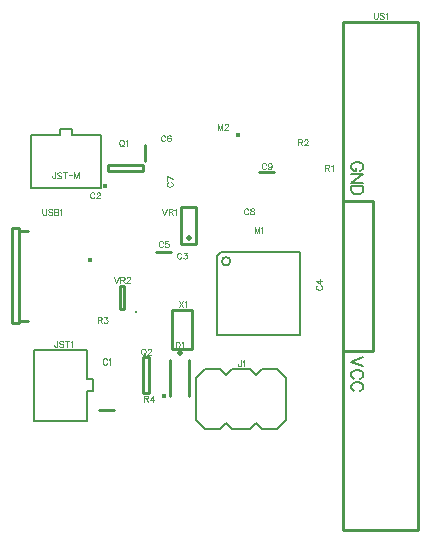
<source format=gbr>
G04 DipTrace 2.4.0.2*
%INTopSilk.gbr*%
%MOIN*%
%ADD10C,0.0098*%
%ADD12C,0.003*%
%ADD13C,0.0118*%
%ADD25C,0.0197*%
%ADD27C,0.005*%
%ADD30C,0.006*%
%ADD33O,0.0154X0.0162*%
%ADD37C,0.0154*%
%ADD42C,0.0157*%
%ADD47C,0.0188*%
%ADD103C,0.0062*%
%FSLAX44Y44*%
G04*
G70*
G90*
G75*
G01*
%LNTopSilk*%
%LPD*%
X-4734Y-4474D2*
D10*
X-5246D1*
X-3336Y794D2*
X-2824D1*
X-3714Y3834D2*
Y4346D1*
X94Y3454D2*
X606D1*
X-2245Y-2807D2*
Y-4027D1*
X-2875Y-2807D2*
Y-4027D1*
D25*
X-2540Y-2590D3*
X-1700Y-5120D2*
D27*
X-2000Y-4820D1*
Y-3420D1*
X-1700Y-3120D1*
X-1200D1*
X-1000Y-3320D1*
X-800Y-3120D1*
X-200D1*
X0Y-3320D1*
X200Y-3120D1*
X700D1*
X1000Y-3420D1*
Y-4820D1*
X700Y-5120D1*
X200D1*
X0Y-4920D1*
X-200Y-5120D1*
X-800D1*
X-1000Y-4920D1*
X-1200Y-5120D1*
X-1700D1*
X-5641Y-2473D2*
Y-3457D1*
X-5444D1*
Y-3850D1*
X-5641D1*
Y-4835D1*
X-7412D1*
Y-2473D1*
X-5641D1*
X-7517Y4679D2*
X-6533D1*
Y4876D1*
X-6140D1*
Y4679D1*
X-5155D1*
Y2908D1*
X-7517D1*
Y4679D1*
X1460Y778D2*
D30*
Y-1982D1*
X-1300D1*
Y638D1*
X-1160Y778D2*
X1460D1*
X-1160D2*
X-1300Y638D1*
X-1141Y478D2*
G02X-1141Y478I141J0D01*
G01*
D33*
X-612Y4695D3*
D37*
X-5028Y2973D3*
X-4936Y3474D2*
D10*
X-3755D1*
Y3671D1*
X-4936D1*
Y3474D1*
D37*
X-3073Y-3998D3*
X-3574Y-3906D2*
D10*
Y-2725D1*
X-3771D1*
Y-3906D1*
X-3574D1*
X3890Y2500D2*
X2890D1*
Y-2500D1*
X3890D1*
Y2500D1*
X5390Y8465D2*
X2890D1*
Y-8465D1*
X5390D1*
Y8465D1*
X-7616Y-1498D2*
X-7911D1*
Y1593D2*
Y-1596D1*
Y1593D2*
X-8148D1*
D42*
X-5549Y510D3*
X-7616Y1494D2*
D10*
X-7911D1*
Y-1596D2*
X-8148D1*
Y1593D2*
Y-1596D1*
X-2503Y1039D2*
X-2003D1*
Y2289D1*
X-2503D1*
Y1039D1*
D47*
X-2222Y1258D3*
X-4405Y-1128D2*
D10*
X-4523D1*
Y-341D1*
X-4405D1*
Y-1128D1*
D13*
X-4012Y-1207D3*
X-2125Y-1134D2*
D10*
X-2795D1*
Y-2434D1*
X-2125D1*
Y-1134D1*
X-4973Y-2811D2*
D12*
X-4983Y-2792D1*
X-5002Y-2773D1*
X-5021Y-2763D1*
X-5059D1*
X-5078Y-2773D1*
X-5097Y-2792D1*
X-5107Y-2811D1*
X-5117Y-2840D1*
Y-2888D1*
X-5107Y-2916D1*
X-5097Y-2935D1*
X-5078Y-2954D1*
X-5059Y-2964D1*
X-5021D1*
X-5002Y-2954D1*
X-4983Y-2935D1*
X-4973Y-2916D1*
X-4911Y-2802D2*
X-4892Y-2792D1*
X-4863Y-2763D1*
Y-2964D1*
X-5391Y2732D2*
X-5401Y2751D1*
X-5420Y2770D1*
X-5439Y2780D1*
X-5477D1*
X-5497Y2770D1*
X-5516Y2751D1*
X-5525Y2732D1*
X-5535Y2703D1*
Y2655D1*
X-5525Y2627D1*
X-5516Y2608D1*
X-5497Y2589D1*
X-5477Y2579D1*
X-5439D1*
X-5420Y2589D1*
X-5401Y2608D1*
X-5391Y2627D1*
X-5320Y2732D2*
Y2741D1*
X-5310Y2761D1*
X-5301Y2770D1*
X-5282Y2780D1*
X-5244D1*
X-5224Y2770D1*
X-5215Y2761D1*
X-5205Y2741D1*
Y2722D1*
X-5215Y2703D1*
X-5234Y2675D1*
X-5330Y2579D1*
X-5196D1*
X-2497Y716D2*
X-2506Y735D1*
X-2526Y755D1*
X-2545Y764D1*
X-2583D1*
X-2602Y755D1*
X-2621Y735D1*
X-2631Y716D1*
X-2640Y688D1*
Y640D1*
X-2631Y611D1*
X-2621Y592D1*
X-2602Y573D1*
X-2583Y563D1*
X-2545D1*
X-2526Y573D1*
X-2506Y592D1*
X-2497Y611D1*
X-2416Y764D2*
X-2311D1*
X-2368Y688D1*
X-2340D1*
X-2320Y678D1*
X-2311Y669D1*
X-2301Y640D1*
Y621D1*
X-2311Y592D1*
X-2330Y573D1*
X-2359Y563D1*
X-2387D1*
X-2416Y573D1*
X-2426Y583D1*
X-2435Y602D1*
X2048Y-326D2*
X2029Y-335D1*
X2010Y-354D1*
X2000Y-373D1*
Y-412D1*
X2010Y-431D1*
X2029Y-450D1*
X2048Y-459D1*
X2077Y-469D1*
X2125D1*
X2153Y-459D1*
X2172Y-450D1*
X2191Y-431D1*
X2201Y-412D1*
Y-373D1*
X2191Y-354D1*
X2172Y-335D1*
X2153Y-326D1*
X2201Y-168D2*
X2000D1*
X2134Y-264D1*
Y-120D1*
X-3106Y1099D2*
X-3116Y1118D1*
X-3135Y1137D1*
X-3154Y1146D1*
X-3192D1*
X-3211Y1137D1*
X-3230Y1118D1*
X-3240Y1099D1*
X-3250Y1070D1*
Y1022D1*
X-3240Y994D1*
X-3230Y974D1*
X-3211Y955D1*
X-3192Y946D1*
X-3154D1*
X-3135Y955D1*
X-3116Y974D1*
X-3106Y994D1*
X-2930Y1146D2*
X-3025D1*
X-3035Y1060D1*
X-3025Y1070D1*
X-2996Y1080D1*
X-2968D1*
X-2939Y1070D1*
X-2920Y1051D1*
X-2910Y1022D1*
Y1003D1*
X-2920Y974D1*
X-2939Y955D1*
X-2968Y946D1*
X-2996D1*
X-3025Y955D1*
X-3035Y965D1*
X-3044Y984D1*
X-3026Y4630D2*
X-3036Y4649D1*
X-3055Y4669D1*
X-3074Y4678D1*
X-3112D1*
X-3131Y4669D1*
X-3150Y4649D1*
X-3160Y4630D1*
X-3170Y4602D1*
Y4554D1*
X-3160Y4525D1*
X-3150Y4506D1*
X-3131Y4487D1*
X-3112Y4477D1*
X-3074D1*
X-3055Y4487D1*
X-3036Y4506D1*
X-3026Y4525D1*
X-2850Y4649D2*
X-2859Y4668D1*
X-2888Y4678D1*
X-2907D1*
X-2936Y4668D1*
X-2955Y4640D1*
X-2964Y4592D1*
Y4544D1*
X-2955Y4506D1*
X-2936Y4487D1*
X-2907Y4477D1*
X-2897D1*
X-2869Y4487D1*
X-2850Y4506D1*
X-2840Y4535D1*
Y4544D1*
X-2850Y4573D1*
X-2869Y4592D1*
X-2897Y4601D1*
X-2907D1*
X-2936Y4592D1*
X-2955Y4573D1*
X-2964Y4544D1*
X-2932Y3109D2*
X-2951Y3099D1*
X-2970Y3080D1*
X-2980Y3061D1*
Y3023D1*
X-2970Y3003D1*
X-2951Y2984D1*
X-2932Y2975D1*
X-2903Y2965D1*
X-2855D1*
X-2827Y2975D1*
X-2808Y2984D1*
X-2789Y3003D1*
X-2779Y3023D1*
Y3061D1*
X-2789Y3080D1*
X-2808Y3099D1*
X-2827Y3109D1*
X-2779Y3209D2*
X-2980Y3304D1*
Y3170D1*
X-262Y2192D2*
X-272Y2211D1*
X-291Y2230D1*
X-310Y2240D1*
X-348D1*
X-367Y2230D1*
X-386Y2211D1*
X-396Y2192D1*
X-405Y2163D1*
Y2115D1*
X-396Y2087D1*
X-386Y2068D1*
X-367Y2049D1*
X-348Y2039D1*
X-310D1*
X-291Y2049D1*
X-272Y2068D1*
X-262Y2087D1*
X-152Y2240D2*
X-181Y2230D1*
X-191Y2211D1*
Y2192D1*
X-181Y2173D1*
X-162Y2163D1*
X-124Y2154D1*
X-95Y2144D1*
X-76Y2125D1*
X-66Y2106D1*
Y2077D1*
X-76Y2058D1*
X-86Y2048D1*
X-114Y2039D1*
X-152D1*
X-181Y2048D1*
X-191Y2058D1*
X-200Y2077D1*
Y2106D1*
X-191Y2125D1*
X-172Y2144D1*
X-143Y2154D1*
X-105Y2163D1*
X-86Y2173D1*
X-76Y2192D1*
Y2211D1*
X-86Y2230D1*
X-114Y2240D1*
X-152D1*
X329Y3699D2*
X319Y3718D1*
X300Y3737D1*
X281Y3746D1*
X243D1*
X223Y3737D1*
X204Y3718D1*
X195Y3699D1*
X185Y3670D1*
Y3622D1*
X195Y3594D1*
X204Y3574D1*
X223Y3555D1*
X243Y3546D1*
X281D1*
X300Y3555D1*
X319Y3574D1*
X329Y3594D1*
X515Y3680D2*
X505Y3651D1*
X486Y3632D1*
X457Y3622D1*
X448D1*
X419Y3632D1*
X400Y3651D1*
X390Y3680D1*
Y3689D1*
X400Y3718D1*
X419Y3737D1*
X448Y3746D1*
X457D1*
X486Y3737D1*
X505Y3718D1*
X515Y3680D1*
Y3632D1*
X505Y3584D1*
X486Y3555D1*
X457Y3546D1*
X438D1*
X410Y3555D1*
X400Y3574D1*
X-2682Y-2199D2*
Y-2400D1*
X-2615D1*
X-2586Y-2390D1*
X-2567Y-2371D1*
X-2557Y-2352D1*
X-2548Y-2323D1*
Y-2275D1*
X-2557Y-2247D1*
X-2567Y-2228D1*
X-2586Y-2208D1*
X-2615Y-2199D1*
X-2682D1*
X-2486Y-2237D2*
X-2467Y-2228D1*
X-2438Y-2199D1*
Y-2400D1*
X-507Y-2827D2*
Y-2980D1*
X-517Y-3009D1*
X-526Y-3018D1*
X-545Y-3028D1*
X-564D1*
X-583Y-3018D1*
X-593Y-3009D1*
X-603Y-2980D1*
Y-2961D1*
X-445Y-2866D2*
X-426Y-2856D1*
X-397Y-2827D1*
Y-3028D1*
X-6631Y-2180D2*
Y-2333D1*
X-6640Y-2361D1*
X-6650Y-2371D1*
X-6669Y-2381D1*
X-6688D1*
X-6707Y-2371D1*
X-6717Y-2361D1*
X-6727Y-2333D1*
Y-2314D1*
X-6435Y-2208D2*
X-6454Y-2189D1*
X-6483Y-2180D1*
X-6521D1*
X-6550Y-2189D1*
X-6569Y-2208D1*
Y-2227D1*
X-6559Y-2247D1*
X-6550Y-2256D1*
X-6531Y-2266D1*
X-6473Y-2285D1*
X-6454Y-2294D1*
X-6445Y-2304D1*
X-6435Y-2323D1*
Y-2352D1*
X-6454Y-2371D1*
X-6483Y-2381D1*
X-6521D1*
X-6550Y-2371D1*
X-6569Y-2352D1*
X-6306Y-2180D2*
Y-2381D1*
X-6373Y-2180D2*
X-6239D1*
X-6178Y-2218D2*
X-6158Y-2208D1*
X-6130Y-2180D1*
Y-2381D1*
X-6698Y3439D2*
Y3286D1*
X-6707Y3257D1*
X-6717Y3248D1*
X-6736Y3238D1*
X-6755D1*
X-6774Y3248D1*
X-6784Y3257D1*
X-6793Y3286D1*
Y3305D1*
X-6502Y3410D2*
X-6521Y3430D1*
X-6550Y3439D1*
X-6588D1*
X-6617Y3430D1*
X-6636Y3410D1*
Y3391D1*
X-6626Y3372D1*
X-6617Y3363D1*
X-6598Y3353D1*
X-6540Y3334D1*
X-6521Y3324D1*
X-6511Y3315D1*
X-6502Y3296D1*
Y3267D1*
X-6521Y3248D1*
X-6550Y3238D1*
X-6588D1*
X-6617Y3248D1*
X-6636Y3267D1*
X-6373Y3439D2*
Y3238D1*
X-6440Y3439D2*
X-6306D1*
X-6244Y3338D2*
X-6134D1*
X-5919Y3238D2*
Y3439D1*
X-5996Y3238D1*
X-6072Y3439D1*
Y3238D1*
X102Y1430D2*
Y1631D1*
X25Y1430D1*
X-51Y1631D1*
Y1430D1*
X163Y1592D2*
X183Y1602D1*
X211Y1630D1*
Y1430D1*
X-1123Y4868D2*
Y5069D1*
X-1200Y4868D1*
X-1276Y5069D1*
Y4868D1*
X-1052Y5021D2*
Y5030D1*
X-1043Y5049D1*
X-1033Y5059D1*
X-1014Y5068D1*
X-976D1*
X-957Y5059D1*
X-947Y5049D1*
X-937Y5030D1*
Y5011D1*
X-947Y4992D1*
X-966Y4963D1*
X-1062Y4868D1*
X-928D1*
X-4504Y4525D2*
X-4523Y4516D1*
X-4543Y4497D1*
X-4552Y4477D1*
X-4562Y4449D1*
Y4401D1*
X-4552Y4372D1*
X-4543Y4353D1*
X-4523Y4334D1*
X-4504Y4324D1*
X-4466D1*
X-4447Y4334D1*
X-4428Y4353D1*
X-4418Y4372D1*
X-4409Y4401D1*
Y4449D1*
X-4418Y4477D1*
X-4428Y4497D1*
X-4447Y4516D1*
X-4466Y4525D1*
X-4504D1*
X-4476Y4363D2*
X-4418Y4305D1*
X-4347Y4487D2*
X-4328Y4496D1*
X-4299Y4525D1*
Y4324D1*
X-3781Y-2433D2*
X-3800Y-2442D1*
X-3819Y-2461D1*
X-3829Y-2480D1*
X-3838Y-2509D1*
Y-2557D1*
X-3829Y-2586D1*
X-3819Y-2605D1*
X-3800Y-2624D1*
X-3781Y-2633D1*
X-3743D1*
X-3724Y-2624D1*
X-3704Y-2605D1*
X-3695Y-2586D1*
X-3685Y-2557D1*
Y-2509D1*
X-3695Y-2480D1*
X-3704Y-2461D1*
X-3724Y-2442D1*
X-3743Y-2433D1*
X-3781D1*
X-3752Y-2595D2*
X-3695Y-2653D1*
X-3614Y-2481D2*
Y-2471D1*
X-3604Y-2452D1*
X-3595Y-2442D1*
X-3576Y-2433D1*
X-3537D1*
X-3518Y-2442D1*
X-3509Y-2452D1*
X-3499Y-2471D1*
Y-2490D1*
X-3509Y-2509D1*
X-3528Y-2538D1*
X-3624Y-2634D1*
X-3490D1*
X2304Y3594D2*
X2390D1*
X2418Y3604D1*
X2428Y3613D1*
X2437Y3632D1*
Y3651D1*
X2428Y3671D1*
X2418Y3680D1*
X2390Y3690D1*
X2304D1*
Y3489D1*
X2370Y3594D2*
X2437Y3489D1*
X2499Y3651D2*
X2518Y3661D1*
X2547Y3690D1*
Y3489D1*
X1401Y4444D2*
X1487D1*
X1515Y4454D1*
X1525Y4463D1*
X1534Y4482D1*
Y4501D1*
X1525Y4521D1*
X1515Y4530D1*
X1487Y4540D1*
X1401D1*
Y4339D1*
X1467Y4444D2*
X1534Y4339D1*
X1606Y4492D2*
Y4501D1*
X1615Y4521D1*
X1625Y4530D1*
X1644Y4540D1*
X1682D1*
X1701Y4530D1*
X1711Y4521D1*
X1721Y4501D1*
Y4482D1*
X1711Y4463D1*
X1692Y4435D1*
X1596Y4339D1*
X1730D1*
X-5280Y-1476D2*
X-5194D1*
X-5165Y-1466D1*
X-5156Y-1457D1*
X-5146Y-1438D1*
Y-1419D1*
X-5156Y-1399D1*
X-5165Y-1390D1*
X-5194Y-1380D1*
X-5280D1*
Y-1581D1*
X-5213Y-1476D2*
X-5146Y-1581D1*
X-5065Y-1380D2*
X-4960D1*
X-5017Y-1457D1*
X-4989D1*
X-4970Y-1466D1*
X-4960Y-1476D1*
X-4951Y-1505D1*
Y-1524D1*
X-4960Y-1552D1*
X-4979Y-1572D1*
X-5008Y-1581D1*
X-5037D1*
X-5065Y-1572D1*
X-5075Y-1562D1*
X-5084Y-1543D1*
X-3745Y-4096D2*
X-3659D1*
X-3630Y-4086D1*
X-3620Y-4077D1*
X-3611Y-4058D1*
Y-4039D1*
X-3620Y-4019D1*
X-3630Y-4010D1*
X-3659Y-4000D1*
X-3745D1*
Y-4201D1*
X-3678Y-4096D2*
X-3611Y-4201D1*
X-3454D2*
Y-4000D1*
X-3549Y-4134D1*
X-3406D1*
X3920Y8757D2*
Y8614D1*
X3930Y8585D1*
X3949Y8566D1*
X3978Y8556D1*
X3997D1*
X4026Y8566D1*
X4045Y8585D1*
X4054Y8614D1*
Y8757D1*
X4250Y8729D2*
X4231Y8748D1*
X4202Y8757D1*
X4164D1*
X4135Y8748D1*
X4116Y8729D1*
Y8710D1*
X4126Y8690D1*
X4135Y8681D1*
X4154Y8671D1*
X4212Y8652D1*
X4231Y8643D1*
X4240Y8633D1*
X4250Y8614D1*
Y8585D1*
X4231Y8566D1*
X4202Y8556D1*
X4164D1*
X4135Y8566D1*
X4116Y8585D1*
X4312Y8719D2*
X4331Y8729D1*
X4360Y8757D1*
Y8556D1*
X-7127Y2220D2*
Y2077D1*
X-7117Y2048D1*
X-7098Y2029D1*
X-7069Y2019D1*
X-7050D1*
X-7021Y2029D1*
X-7002Y2048D1*
X-6993Y2077D1*
Y2220D1*
X-6797Y2191D2*
X-6816Y2211D1*
X-6845Y2220D1*
X-6883D1*
X-6912Y2211D1*
X-6931Y2191D1*
Y2172D1*
X-6921Y2153D1*
X-6912Y2144D1*
X-6893Y2134D1*
X-6835Y2115D1*
X-6816Y2105D1*
X-6806Y2096D1*
X-6797Y2077D1*
Y2048D1*
X-6816Y2029D1*
X-6845Y2019D1*
X-6883D1*
X-6912Y2029D1*
X-6931Y2048D1*
X-6735Y2220D2*
Y2019D1*
X-6649D1*
X-6620Y2029D1*
X-6611Y2038D1*
X-6601Y2058D1*
Y2086D1*
X-6611Y2105D1*
X-6620Y2115D1*
X-6649Y2124D1*
X-6620Y2134D1*
X-6611Y2144D1*
X-6601Y2163D1*
Y2182D1*
X-6611Y2201D1*
X-6620Y2211D1*
X-6649Y2220D1*
X-6735D1*
Y2124D2*
X-6649D1*
X-6539Y2182D2*
X-6520Y2191D1*
X-6491Y2220D1*
Y2019D1*
X-3132Y2232D2*
X-3056Y2031D1*
X-2979Y2232D1*
X-2918Y2136D2*
X-2832D1*
X-2803Y2146D1*
X-2793Y2155D1*
X-2784Y2174D1*
Y2194D1*
X-2793Y2213D1*
X-2803Y2222D1*
X-2832Y2232D1*
X-2918D1*
Y2031D1*
X-2851Y2136D2*
X-2784Y2031D1*
X-2722Y2193D2*
X-2703Y2203D1*
X-2674Y2232D1*
Y2031D1*
X-4737Y-48D2*
X-4660Y-249D1*
X-4584Y-48D1*
X-4522Y-144D2*
X-4436D1*
X-4407Y-134D1*
X-4397Y-125D1*
X-4388Y-106D1*
Y-86D1*
X-4397Y-67D1*
X-4407Y-58D1*
X-4436Y-48D1*
X-4522D1*
Y-249D1*
X-4455Y-144D2*
X-4388Y-249D1*
X-4316Y-96D2*
Y-87D1*
X-4307Y-67D1*
X-4297Y-58D1*
X-4278Y-48D1*
X-4240D1*
X-4221Y-58D1*
X-4211Y-67D1*
X-4202Y-87D1*
Y-106D1*
X-4211Y-125D1*
X-4230Y-153D1*
X-4326Y-249D1*
X-4192D1*
X-2582Y-842D2*
X-2448Y-1042D1*
Y-842D2*
X-2582Y-1042D1*
X-2386Y-880D2*
X-2367Y-870D1*
X-2338Y-842D1*
Y-1042D1*
X3567Y-2718D2*
D103*
X3165Y-2871D1*
X3567Y-3024D1*
X3471Y-3434D2*
X3509Y-3415D1*
X3548Y-3376D1*
X3567Y-3338D1*
Y-3262D1*
X3548Y-3224D1*
X3509Y-3185D1*
X3471Y-3166D1*
X3414Y-3147D1*
X3318D1*
X3261Y-3166D1*
X3222Y-3185D1*
X3184Y-3224D1*
X3165Y-3262D1*
Y-3338D1*
X3184Y-3376D1*
X3222Y-3415D1*
X3261Y-3434D1*
X3471Y-3844D2*
X3509Y-3825D1*
X3548Y-3787D1*
X3567Y-3749D1*
Y-3672D1*
X3548Y-3634D1*
X3509Y-3596D1*
X3471Y-3577D1*
X3414Y-3557D1*
X3318D1*
X3261Y-3577D1*
X3222Y-3596D1*
X3184Y-3634D1*
X3165Y-3672D1*
Y-3749D1*
X3184Y-3787D1*
X3222Y-3825D1*
X3261Y-3844D1*
X3471Y3495D2*
X3509Y3514D1*
X3548Y3552D1*
X3567Y3590D1*
Y3667D1*
X3548Y3705D1*
X3509Y3743D1*
X3471Y3763D1*
X3414Y3782D1*
X3318D1*
X3261Y3763D1*
X3222Y3743D1*
X3184Y3705D1*
X3165Y3667D1*
Y3590D1*
X3184Y3552D1*
X3222Y3514D1*
X3261Y3495D1*
X3318D1*
Y3590D1*
X3567Y3103D2*
X3165D1*
X3567Y3371D1*
X3165D1*
X3567Y2980D2*
X3165D1*
Y2846D1*
X3184Y2788D1*
X3222Y2750D1*
X3261Y2731D1*
X3318Y2712D1*
X3414D1*
X3471Y2731D1*
X3509Y2750D1*
X3548Y2788D1*
X3567Y2846D1*
Y2980D1*
M02*

</source>
